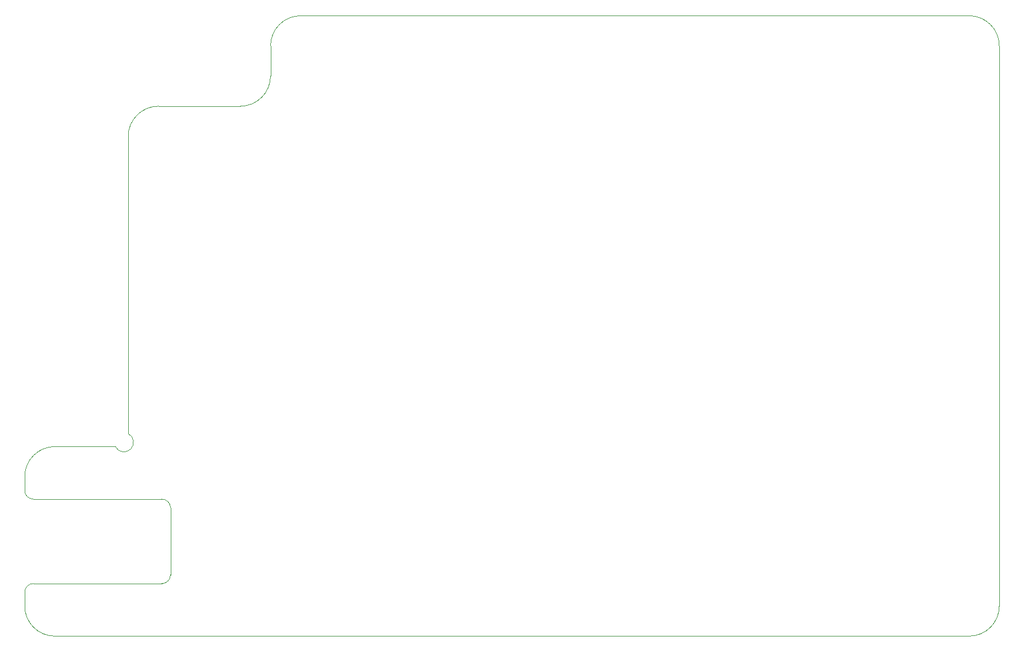
<source format=gbr>
%TF.GenerationSoftware,KiCad,Pcbnew,7.0.1*%
%TF.CreationDate,2023-03-20T23:17:36+01:00*%
%TF.ProjectId,chubby-hat,63687562-6279-42d6-9861-742e6b696361,0.2.2*%
%TF.SameCoordinates,Original*%
%TF.FileFunction,Profile,NP*%
%FSLAX46Y46*%
G04 Gerber Fmt 4.6, Leading zero omitted, Abs format (unit mm)*
G04 Created by KiCad (PCBNEW 7.0.1) date 2023-03-20 23:17:36*
%MOMM*%
%LPD*%
G01*
G04 APERTURE LIST*
%TA.AperFunction,Profile*%
%ADD10C,0.100000*%
%TD*%
G04 APERTURE END LIST*
D10*
X126999999Y-105537000D02*
X127000000Y-103505000D01*
X146685000Y-48895000D02*
G75*
G03*
X142240000Y-53340000I0J-4445000D01*
G01*
X142240000Y-53340000D02*
X142240000Y-97155000D01*
X270510000Y-122555000D02*
X270510000Y-40005000D01*
X140335000Y-99060000D02*
X131445000Y-99060000D01*
X131445000Y-99060000D02*
G75*
G03*
X127000000Y-103505000I0J-4445000D01*
G01*
X266065000Y-127000000D02*
G75*
G03*
X270510000Y-122555000I0J4445000D01*
G01*
X266065000Y-35560000D02*
X167640000Y-35560000D01*
X167640000Y-35560000D02*
G75*
G03*
X163195000Y-40005000I0J-4445000D01*
G01*
X270510000Y-40005000D02*
G75*
G03*
X266065000Y-35560000I-4445000J0D01*
G01*
X148463001Y-117983000D02*
X148463001Y-108077000D01*
X163195000Y-40005000D02*
X163195000Y-44450000D01*
X128270000Y-119253000D02*
X147193000Y-119253001D01*
X158750000Y-48895000D02*
G75*
G03*
X163195000Y-44450000I0J4445000D01*
G01*
X148463001Y-108077000D02*
G75*
G03*
X147193000Y-106806999I-1270001J0D01*
G01*
X131445000Y-127000000D02*
X266065000Y-127000000D01*
X127000000Y-122555000D02*
G75*
G03*
X131445000Y-127000000I4445000J0D01*
G01*
X128270000Y-119252999D02*
G75*
G03*
X126999999Y-120523000I0J-1270001D01*
G01*
X147193000Y-106806999D02*
X128270000Y-106807000D01*
X140335000Y-99060000D02*
G75*
G03*
X142240000Y-97155000I1270000J635000D01*
G01*
X158750000Y-48895000D02*
X146685000Y-48895000D01*
X147193000Y-119253001D02*
G75*
G03*
X148463001Y-117983000I0J1270001D01*
G01*
X126999999Y-105537000D02*
G75*
G03*
X128270000Y-106807001I1270001J0D01*
G01*
X127000000Y-122555000D02*
X126999999Y-120523000D01*
M02*

</source>
